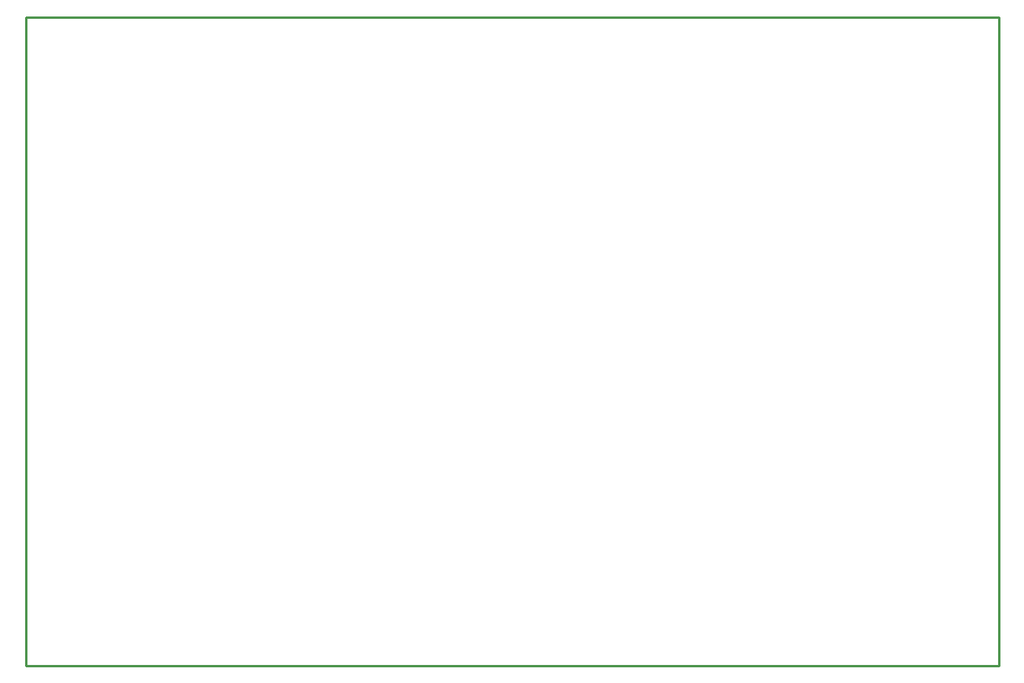
<source format=gko>
G04 Layer: BoardOutlineLayer*
G04 EasyEDA v6.5.22, 2023-02-28 17:33:46*
G04 2c88ebba08e7464b96183e005241c5b3,bdb13a12c0ab493cb15560d8aabf918e,10*
G04 Gerber Generator version 0.2*
G04 Scale: 100 percent, Rotated: No, Reflected: No *
G04 Dimensions in millimeters *
G04 leading zeros omitted , absolute positions ,4 integer and 5 decimal *
%FSLAX45Y45*%
%MOMM*%

%ADD10C,0.2540*%
D10*
X800686Y7236658D02*
G01*
X11300665Y7236658D01*
X11300665Y236672D01*
X800686Y236672D01*
X800686Y7236658D01*

%LPD*%
M02*

</source>
